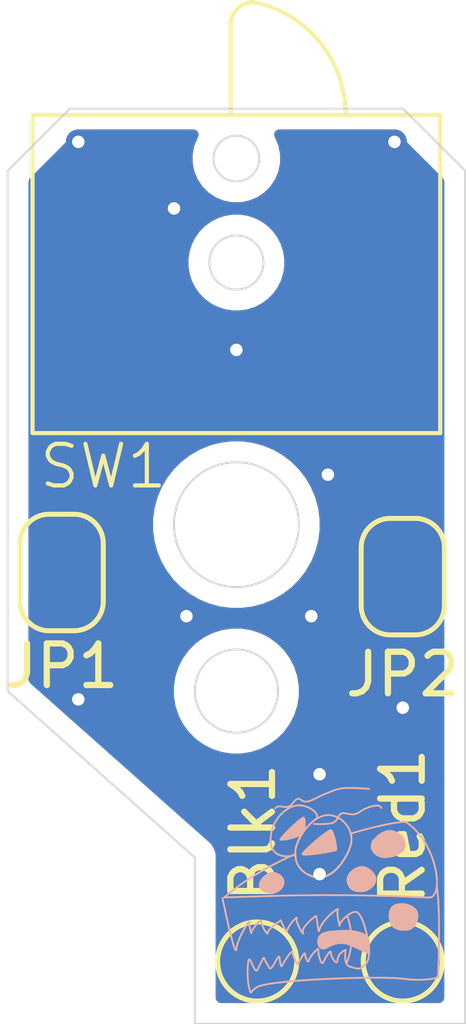
<source format=kicad_pcb>
(kicad_pcb (version 20241229) (generator "pcbnew") (generator_version "9.0")
  (layers (0 "F.Cu" signal) (2 "B.Cu" signal) (13 "F.Paste" user) (15 "B.Paste" user) (5 "F.SilkS" user "F.Silkscreen") (7 "B.SilkS" user "B.Silkscreen") (1 "F.Mask" user) (3 "B.Mask" user) (25 "Edge.Cuts" user))
  (net 0 "")
  (net 1 "GND")
  (net 2 "Net-(JP1-B)")
  (net 3 "Net-(JP2-B)")
  (net 4 "Net-(SW1-SW)")
  (footprint "Jumper:SolderJumper-2_P1.3mm_Open_RoundedPad1.0x1.5mm" (layer "F.Cu") (at 104 111.25 90)
    (property "Reference" "JP2" (at -2.35 0 180) (layer "F.SilkS"))
    (property "Value" "SolderJumper_2_Open" (hide yes))
    (fp_line (start -0.7 -1) (end 0.7 -1) (stroke (width 0.12)) (layer "F.SilkS"))
    (fp_line (start 1.4 -0.3) (end 1.4 0.3) (stroke (width 0.12)) (layer "F.SilkS"))
    (fp_line (start -1.4 0.3) (end -1.4 -0.3) (stroke (width 0.12)) (layer "F.SilkS"))
    (fp_line (start 0.7 1) (end -0.7 1) (stroke (width 0.12)) (layer "F.SilkS"))
    (fp_arc (start 0.7 -1) (mid 1.194975 -0.794975) (end 1.4 -0.3) (stroke (width 0.12)) (layer "F.SilkS"))
    (fp_arc (start -1.4 -0.3) (mid -1.194975 -0.794975) (end -0.7 -1) (stroke (width 0.12)) (layer "F.SilkS"))
    (fp_arc (start 1.4 0.3) (mid 1.194975 0.794975) (end 0.7 1) (stroke (width 0.12)) (layer "F.SilkS"))
    (fp_arc (start -0.7 1) (mid -1.194975 0.794975) (end -1.4 0.3) (stroke (width 0.12)) (layer "F.SilkS"))
    (pad "1" smd custom (at -0.65 0 90) (size 1 0.5) (layers "F.Cu" "F.Mask") (net 1 "GND") (options (clearance outline) (anchor rect)) (primitives (gr_circle (center 0 0.25) (end 0.5 0.25) (width 0) (fill yes)) (gr_circle (center 0 -0.25) (end 0.5 -0.25) (width 0) (fill yes)) (gr_poly (pts (xy 0.5 0.75) (xy 0 0.75) (xy 0 -0.75) (xy 0.5 -0.75)) (width 0) (fill yes))))
    (pad "2" smd custom (at 0.65 0 90) (size 1 0.5) (layers "F.Cu" "F.Mask") (net 3 "Net-(JP2-B)") (options (clearance outline) (anchor rect)) (primitives (gr_circle (center 0 0.25) (end 0.5 0.25) (width 0) (fill yes)) (gr_circle (center 0 -0.25) (end 0.5 -0.25) (width 0) (fill yes)) (gr_poly (pts (xy 0 0.75) (xy -0.5 0.75) (xy -0.5 -0.75) (xy 0 -0.75)) (width 0) (fill yes))))
  )
  (footprint "Jumper:SolderJumper-2_P1.3mm_Open_RoundedPad1.0x1.5mm" (layer "F.Cu") (at 95.8 111.15 90)
    (property "Reference" "JP1" (at -2.25 0 180) (layer "F.SilkS"))
    (property "Value" "SolderJumper_2_Open" (hide yes))
    (fp_line (start -0.7 -1) (end 0.7 -1) (stroke (width 0.12)) (layer "F.SilkS"))
    (fp_line (start 1.4 -0.3) (end 1.4 0.3) (stroke (width 0.12)) (layer "F.SilkS"))
    (fp_line (start -1.4 0.3) (end -1.4 -0.3) (stroke (width 0.12)) (layer "F.SilkS"))
    (fp_line (start 0.7 1) (end -0.7 1) (stroke (width 0.12)) (layer "F.SilkS"))
    (fp_arc (start 0.7 -1) (mid 1.194975 -0.794975) (end 1.4 -0.3) (stroke (width 0.12)) (layer "F.SilkS"))
    (fp_arc (start -1.4 -0.3) (mid -1.194975 -0.794975) (end -0.7 -1) (stroke (width 0.12)) (layer "F.SilkS"))
    (fp_arc (start 1.4 0.3) (mid 1.194975 0.794975) (end 0.7 1) (stroke (width 0.12)) (layer "F.SilkS"))
    (fp_arc (start -0.7 1) (mid -1.194975 0.794975) (end -1.4 0.3) (stroke (width 0.12)) (layer "F.SilkS"))
    (pad "1" smd custom (at -0.65 0 90) (size 1 0.5) (layers "F.Cu" "F.Mask") (net 1 "GND") (options (clearance outline) (anchor rect)) (primitives (gr_circle (center 0 0.25) (end 0.5 0.25) (width 0) (fill yes)) (gr_circle (center 0 -0.25) (end 0.5 -0.25) (width 0) (fill yes)) (gr_poly (pts (xy 0.5 0.75) (xy 0 0.75) (xy 0 -0.75) (xy 0.5 -0.75)) (width 0) (fill yes))))
    (pad "2" smd custom (at 0.65 0 90) (size 1 0.5) (layers "F.Cu" "F.Mask") (net 2 "Net-(JP1-B)") (options (clearance outline) (anchor rect)) (primitives (gr_circle (center 0 0.25) (end 0.5 0.25) (width 0) (fill yes)) (gr_circle (center 0 -0.25) (end 0.5 -0.25) (width 0) (fill yes)) (gr_poly (pts (xy 0 0.75) (xy -0.5 0.75) (xy -0.5 -0.75) (xy 0 -0.75)) (width 0) (fill yes))))
  )
  (footprint "Tims_Library:ESE31R11T" (layer "F.Cu") (at 100 101.2)
    (property "Reference" "SW1" (at -3.2 7.4 0) (layer "F.SilkS") (effects (font (thickness 0.1))))
    (property "Value" "~" (hide yes))
    (fp_line (start -0.139999 -1.05) (end -0.139999 -3.2) (stroke (width 0.1)) (layer "F.SilkS"))
    (fp_rect (start -4.9 -1.05) (end 4.9 6.6) (stroke (width 0.1)) (fill no) (layer "F.SilkS"))
    (fp_arc (start -0.139999 -3.2) (mid 0.024021 -3.59598) (end 0.420001 -3.76) (stroke (width 0.1)) (layer "F.SilkS"))
    (fp_arc (start 0.420001 -3.76) (mid 2.00562 -2.797575) (end 2.627256 -1.05) (stroke (width 0.1)) (layer "F.SilkS"))
    (fp_circle (center 0 0) (end 0 -0.55) (stroke (width 0.05)) (fill no) (layer "Edge.Cuts"))
    (fp_circle (center 0 2.5) (end 0 1.85) (stroke (width 0.05)) (fill no) (layer "Edge.Cuts"))
    (pad "1" smd rect (at 3.65 1.2) (size 1.7 1.6) (layers "F.Cu" "F.Mask" "F.Paste") (net 3 "Net-(JP2-B)"))
    (pad "2" smd rect (at 1.95 4.75) (size 2.2 2.5) (layers "F.Cu" "F.Mask" "F.Paste") (net 1 "GND"))
    (pad "3" smd rect (at -1.95 4.75) (size 2.2 2.5) (layers "F.Cu" "F.Mask" "F.Paste") (net 4 "Net-(SW1-SW)"))
    (pad "4" smd rect (at -3.65 1.2) (size 1.7 1.6) (layers "F.Cu" "F.Mask" "F.Paste") (net 2 "Net-(JP1-B)"))
  )
  (footprint "TestPoint:TestPoint_Pad_D1.5mm" (layer "F.Cu") (at 104 120.5 -90)
    (property "Reference" "Red1" (at -3.25 0 90) (layer "F.SilkS"))
    (property "Value" "TestPoint" (hide yes))
    (fp_circle (center 0 0) (end 0 0.95) (stroke (width 0.12)) (fill no) (layer "F.SilkS"))
    (pad "1" smd circle (at 0 0 270) (size 1.5 1.5) (layers "F.Cu" "F.Mask") (net 1 "GND"))
  )
  (footprint "TestPoint:TestPoint_Pad_D1.5mm" (layer "F.Cu") (at 100.5 120.5 -90)
    (property "Reference" "Blk1" (at -3.1 0.1 90) (layer "F.SilkS"))
    (property "Value" "Black" (hide yes))
    (fp_circle (center 0 0) (end 0 0.95) (stroke (width 0.12)) (fill no) (layer "F.SilkS"))
    (pad "1" smd circle (at 0 0 270) (size 1.5 1.5) (layers "F.Cu" "F.Mask") (net 4 "Net-(SW1-SW)"))
  )
  (gr_curve (pts (xy 104.848489 120.881302) (xy 104.848489 120.881302) (xy 104.570677 120.987136) (xy 104.001823 120.914375)) (stroke (width 0.044106)) (layer "B.SilkS"))
  (gr_curve (pts (xy 100 120.2) (xy 99.973542 120.464584) (xy 99.666146 118.981009) (xy 99.666146 118.981009)) (stroke (width 0.044106)) (layer "B.SilkS"))
  (gr_curve (pts (xy 102.66233 119.402639) (xy 102.900868 120.057451) (xy 102.643621 120.543879) (xy 102.643621 120.543879)) (stroke (width 0.044106)) (layer "B.SilkS"))
  (gr_curve (pts (xy 100.350573 121.251719) (xy 100.26511 121.124076) (xy 100.254093 120.689712) (xy 100.287735 120.494349)) (stroke (width 0.044106)) (layer "B.SilkS"))
  (gr_poly (pts (xy 100.887762 118.372312) (xy 100.899756 118.373296) (xy 100.911727 118.374844) (xy 100.923649 118.376942) (xy 100.935497 118.379572) (xy 100.947245 118.382717) (xy 100.958867 118.386363) (xy 100.970339 118.390491) (xy 100.981633 118.395085) (xy 100.992726 118.40013) (xy 101.003591 118.405608) (xy 101.014203 118.411504) (xy 101.024537 118.417799) (xy 101.034566 118.424479) (xy 101.044265 118.431527) (xy 101.053608 118.438926) (xy 101.062571 118.446659) (xy 101.071127 118.454711) (xy 101.079251 118.463064) (xy 101.086918 118.471703) (xy 101.094101 118.48061) (xy 101.100776 118.48977) (xy 101.106916 118.499166) (xy 101.112497 118.508781) (xy 101.117492 118.518599) (xy 101.121876 118.528603) (xy 101.125624 118.538778) (xy 101.128709 118.549106) (xy 101.131107 118.55957) (xy 101.13279 118.57015) (xy 101.133763 118.580819) (xy 101.134044 118.591556) (xy 101.133655 118.60234) (xy 101.132616 118.61315) (xy 101.130947 118.623964) (xy 101.128667 118.634762) (xy 101.125798 118.645522) (xy 101.12236 118.656223) (xy 101.118372 118.666844) (xy 101.113856 118.677364) (xy 101.108831 118.687761) (xy 101.103318 118.698015) (xy 101.097336 118.708104) (xy 101.090906 118.718007) (xy 101.084049 118.727702) (xy 101.076784 118.73717) (xy 101.069132 118.746388) (xy 101.061112 118.755335) (xy 101.052746 118.763991) (xy 101.044054 118.772333) (xy 101.035055 118.780341) (xy 101.02577 118.787994) (xy 101.016219 118.79527) (xy 101.006422 118.802149) (xy 100.996401 118.808608) (xy 100.986174 118.814628) (xy 100.975762 118.820186) (xy 100.965185 118.825262) (xy 100.954464 118.829834) (xy 100.943619 118.833881) (xy 100.93267 118.837383) (xy 100.9214 118.84036) (xy 100.909613 118.84285) (xy 100.89736 118.844853) (xy 100.884691 118.846368) (xy 100.871659 118.847396) (xy 100.858315 118.847937) (xy 100.830891 118.84756) (xy 100.802829 118.845239) (xy 100.774537 118.840974) (xy 100.760433 118.838114) (xy 100.746424 118.834769) (xy 100.732562 118.830939) (xy 100.718899 118.826624) (xy 100.705484 118.821825) (xy 100.692369 118.816542) (xy 100.679605 118.810775) (xy 100.667244 118.804524) (xy 100.655335 118.79779) (xy 100.643932 118.790572) (xy 100.633083 118.782871) (xy 100.622841 118.774688) (xy 100.613257 118.766021) (xy 100.604381 118.756873) (xy 100.596265 118.747242) (xy 100.58896 118.737129) (xy 100.582516 118.726534) (xy 100.576986 118.715458) (xy 100.572419 118.703901) (xy 100.568868 118.691862) (xy 100.566448 118.679481) (xy 100.565212 118.666919) (xy 100.56511 118.654209) (xy 100.566096 118.641387) (xy 100.56812 118.628485) (xy 100.571135 118.615537) (xy 100.575093 118.602579) (xy 100.579946 118.589643) (xy 100.585646 118.576764) (xy 100.592145 118.563975) (xy 100.599395 118.551311) (xy 100.607347 118.538806) (xy 100.615955 118.526493) (xy 100.625169 118.514407) (xy 100.645226 118.491051) (xy 100.667134 118.46901) (xy 100.69051 118.448554) (xy 100.714968 118.429957) (xy 100.740126 118.41349) (xy 100.765599 118.399425) (xy 100.778333 118.393379) (xy 100.791002 118.388034) (xy 100.803558 118.383427) (xy 100.815952 118.379589) (xy 100.828138 118.376557) (xy 100.840066 118.374362) (xy 100.851897 118.372919) (xy 100.863807 118.372108) (xy 100.875771 118.371911)) (stroke (width 0.044106)) (fill yes) (layer "B.SilkS"))
  (gr_curve (pts (xy 101.475052 120.563802) (xy 101.488517 120.537415) (xy 101.650503 120.228186) (xy 101.650339 120.319063)) (stroke (width 0.044106)) (layer "B.SilkS"))
  (gr_curve (pts (xy 102.15306 116.462748) (xy 102.297287 116.409865) (xy 102.372638 116.362344) (xy 102.546628 116.337071)) (stroke (width 0.044106)) (layer "B.SilkS"))
  (gr_curve (pts (xy 100.601927 119.538542) (xy 100.61463 119.419974) (xy 100.337344 119.770052) (xy 100.357188 119.816354)) (stroke (width 0.044106)) (layer "B.SilkS"))
  (gr_curve (pts (xy 102.480469 119.631146) (xy 102.493698 119.703907) (xy 102.396453 119.340729) (xy 102.440781 119.254115)) (stroke (width 0.044106)) (layer "B.SilkS"))
  (gr_curve (pts (xy 100.310886 119.551771) (xy 100.319196 119.483215) (xy 100.026459 119.935417) (xy 100 120.2)) (stroke (width 0.044106)) (layer "B.SilkS"))
  (gr_curve (pts (xy 100.519245 121.106198) (xy 100.395386 121.169767) (xy 100.350573 121.251719) (xy 100.350573 121.251719)) (stroke (width 0.044106)) (layer "B.SilkS"))
  (gr_curve (pts (xy 102.546628 116.337071) (xy 102.720618 116.3118) (xy 103.188243 116.3503) (xy 103.188243 116.3503)) (stroke (width 0.044106)) (layer "B.SilkS"))
  (gr_poly (pts (xy 103.024979 118.228589) (xy 103.039348 118.229795) (xy 103.053736 118.231847) (xy 103.068112 118.234712) (xy 103.082445 118.238357) (xy 103.096706 118.242749) (xy 103.110864 118.247856) (xy 103.124888 118.253645) (xy 103.138748 118.260083) (xy 103.152413 118.267139) (xy 103.165853 118.274778) (xy 103.179037 118.28297) (xy 103.191935 118.29168) (xy 103.204516 118.300877) (xy 103.21675 118.310528) (xy 103.240054 118.33106) (xy 103.261603 118.353016) (xy 103.271643 118.364447) (xy 103.281153 118.376135) (xy 103.290102 118.388049) (xy 103.29846 118.400156) (xy 103.306196 118.412423) (xy 103.31328 118.424818) (xy 103.319681 118.437308) (xy 103.325369 118.44986) (xy 103.330313 118.462442) (xy 103.334483 118.47502) (xy 103.337848 118.487564) (xy 103.340378 118.500039) (xy 103.341979 118.51256) (xy 103.342594 118.525239) (xy 103.342244 118.538043) (xy 103.34095 118.550938) (xy 103.338735 118.563889) (xy 103.335619 118.576862) (xy 103.331625 118.589825) (xy 103.326775 118.602742) (xy 103.321089 118.61558) (xy 103.31459 118.628304) (xy 103.3073 118.640882) (xy 103.299239 118.653279) (xy 103.290429 118.665461) (xy 103.280893 118.677393) (xy 103.270652 118.689043) (xy 103.259727 118.700377) (xy 103.248141 118.711359) (xy 103.235914 118.721957) (xy 103.223069 118.732136) (xy 103.209626 118.741862) (xy 103.195609 118.751102) (xy 103.181038 118.759822) (xy 103.165936 118.767987) (xy 103.150323 118.775564) (xy 103.134221 118.782518) (xy 103.117652 118.788817) (xy 103.100639 118.794425) (xy 103.083201 118.799309) (xy 103.065362 118.803435) (xy 103.047142 118.806769) (xy 103.028564 118.809276) (xy 103.009649 118.810924) (xy 102.99086 118.811839) (xy 102.972642 118.812174) (xy 102.954993 118.811931) (xy 102.937907 118.811117) (xy 102.921381 118.809734) (xy 102.905411 118.807786) (xy 102.889993 118.805279) (xy 102.875124 118.802217) (xy 102.860798 118.798602) (xy 102.847012 118.79444) (xy 102.833762 118.789735) (xy 102.821045 118.784491) (xy 102.808855 118.778712) (xy 102.79719 118.772401) (xy 102.786044 118.765565) (xy 102.775415 118.758206) (xy 102.765298 118.750328) (xy 102.75569 118.741937) (xy 102.746585 118.733035) (xy 102.737981 118.723628) (xy 102.729873 118.713719) (xy 102.722258 118.703312) (xy 102.715131 118.692412) (xy 102.708488 118.681023) (xy 102.702325 118.669149) (xy 102.696639 118.656794) (xy 102.691426 118.643962) (xy 102.686681 118.630658) (xy 102.6824 118.616886) (xy 102.67858 118.602649) (xy 102.675216 118.587952) (xy 102.672305 118.5728) (xy 102.670284 118.557412) (xy 102.66956 118.542026) (xy 102.670082 118.526672) (xy 102.671798 118.51138) (xy 102.674656 118.496179) (xy 102.678606 118.4811) (xy 102.683597 118.466171) (xy 102.689576 118.451422) (xy 102.696493 118.436884) (xy 102.704296 118.422585) (xy 102.712935 118.408556) (xy 102.722357 118.394827) (xy 102.732512 118.381426) (xy 102.743348 118.368384) (xy 102.754814 118.355731) (xy 102.766859 118.343496) (xy 102.792479 118.320399) (xy 102.819798 118.299331) (xy 102.848407 118.280529) (xy 102.877894 118.264232) (xy 102.907848 118.250677) (xy 102.922873 118.245002) (xy 102.937861 118.240102) (xy 102.952761 118.236006) (xy 102.967522 118.232744) (xy 102.982092 118.230346) (xy 102.996419 118.228841) (xy 103.010659 118.22826)) (stroke (width 0.044106)) (fill yes) (layer "B.SilkS"))
  (gr_poly (pts (xy 103.403357 117.548627) (xy 103.415437 117.549326) (xy 103.427725 117.550691) (xy 103.440179 117.552689) (xy 103.452759 117.555289) (xy 103.478131 117.562171) (xy 103.503512 117.571083) (xy 103.528576 117.581776) (xy 103.552994 117.593997) (xy 103.576438 117.607495) (xy 103.598579 117.622018) (xy 103.61909 117.637316) (xy 103.637642 117.653136) (xy 103.653908 117.669226) (xy 103.667559 117.685337) (xy 103.667562 117.685337) (xy 103.67938 117.701782) (xy 103.690287 117.718959) (xy 103.700166 117.736739) (xy 103.708899 117.75499) (xy 103.716368 117.773584) (xy 103.722458 117.792392) (xy 103.727049 117.811282) (xy 103.730025 117.830125) (xy 103.73087 117.839489) (xy 103.731268 117.848793) (xy 103.731203 117.85802) (xy 103.730661 117.867154) (xy 103.729627 117.87618) (xy 103.728086 117.88508) (xy 103.726024 117.893839) (xy 103.723427 117.90244) (xy 103.720278 117.910867) (xy 103.716565 117.919105) (xy 103.712272 117.927136) (xy 103.707384 117.934945) (xy 103.701886 117.942515) (xy 103.695765 117.94983) (xy 103.689005 117.956874) (xy 103.681592 117.963631) (xy 103.673482 117.969864) (xy 103.664672 117.975362) (xy 103.655212 117.980141) (xy 103.64515 117.984219) (xy 103.634534 117.987614) (xy 103.623414 117.990345) (xy 103.611838 117.992428) (xy 103.599855 117.993882) (xy 103.587514 117.994725) (xy 103.574863 117.994975) (xy 103.548826 117.993765) (xy 103.522136 117.990395) (xy 103.49518 117.985009) (xy 103.46835 117.977749) (xy 103.442034 117.968757) (xy 103.416623 117.958178) (xy 103.392506 117.946153) (xy 103.370072 117.932826) (xy 103.349712 117.918339) (xy 103.340431 117.910705) (xy 103.331814 117.902835) (xy 103.323911 117.894746) (xy 103.316769 117.886457) (xy 103.303925 117.868904) (xy 103.292425 117.849939) (xy 103.282353 117.829802) (xy 103.273792 117.808733) (xy 103.266824 117.786973) (xy 103.261533 117.764763) (xy 103.258002 117.742342) (xy 103.256313 117.719951) (xy 103.25655 117.697831) (xy 103.257417 117.686947) (xy 103.258796 117.676221) (xy 103.260698 117.665682) (xy 103.263134 117.655362) (xy 103.266113 117.645289) (xy 103.269647 117.635494) (xy 103.273745 117.626007) (xy 103.278418 117.616858) (xy 103.283676 117.608077) (xy 103.289529 117.599694) (xy 103.295989 117.591739) (xy 103.303065 117.584242) (xy 103.310768 117.577233) (xy 103.319108 117.570743) (xy 103.328052 117.564991) (xy 103.337531 117.560155) (xy 103.347504 117.556204) (xy 103.357932 117.553107) (xy 103.368772 117.550832) (xy 103.379983 117.549348) (xy 103.391525 117.548623)) (stroke (width 0.044106)) (fill yes) (layer "B.SilkS"))
  (gr_curve (pts (xy 103.069167 120.60349) (xy 103.190277 120.494003) (xy 103.225588 120.322656) (xy 103.161771 119.981719)) (stroke (width 0.044106)) (layer "B.SilkS"))
  (gr_poly (pts (xy 103.840021 119.200248) (xy 103.852243 119.201468) (xy 103.864577 119.203535) (xy 103.876989 119.2064) (xy 103.889444 119.210013) (xy 103.90191 119.214325) (xy 103.914351 119.219288) (xy 103.939024 119.230969) (xy 103.963193 119.244661) (xy 103.986587 119.259972) (xy 104.008932 119.276508) (xy 104.029958 119.293878) (xy 104.049393 119.311687) (xy 104.066965 119.329544) (xy 104.082402 119.347054) (xy 104.095433 119.363825) (xy 104.105786 119.379464) (xy 104.114577 119.395135) (xy 104.123018 119.412147) (xy 104.130977 119.430323) (xy 104.138322 119.449484) (xy 104.144922 119.469453) (xy 104.150645 119.490051) (xy 104.15536 119.511102) (xy 104.158935 119.532427) (xy 104.161238 119.553848) (xy 104.162138 119.575188) (xy 104.161503 119.596269) (xy 104.159202 119.616913) (xy 104.157386 119.627016) (xy 104.155104 119.636943) (xy 104.152339 119.646671) (xy 104.149076 119.656179) (xy 104.145298 119.665445) (xy 104.140988 119.674445) (xy 104.136129 119.683159) (xy 104.130707 119.691563) (xy 104.12438 119.699408) (xy 104.116875 119.706464) (xy 104.108268 119.712744) (xy 104.098637 119.718259) (xy 104.088062 119.72302) (xy 104.076619 119.727039) (xy 104.064387 119.730327) (xy 104.051445 119.732897) (xy 104.037869 119.734759) (xy 104.023739 119.735925) (xy 104.009133 119.736406) (xy 103.994127 119.736215) (xy 103.963234 119.73386) (xy 103.931683 119.728951) (xy 103.900101 119.721581) (xy 103.869111 119.711841) (xy 103.839339 119.699825) (xy 103.825105 119.692992) (xy 103.811409 119.685624) (xy 103.798331 119.677732) (xy 103.785947 119.66933) (xy 103.774336 119.660427) (xy 103.763577 119.651035) (xy 103.753746 119.641166) (xy 103.744923 119.630832) (xy 103.737185 119.620044) (xy 103.730611 119.608813) (xy 103.719326 119.584891) (xy 103.709403 119.559162) (xy 103.700947 119.53199) (xy 103.694058 119.503741) (xy 103.688839 119.474779) (xy 103.685392 119.445468) (xy 103.683821 119.416174) (xy 103.684227 119.387262) (xy 103.686712 119.359096) (xy 103.691379 119.33204) (xy 103.698331 119.30646) (xy 103.702695 119.294338) (xy 103.707669 119.282721) (xy 103.713265 119.271655) (xy 103.719496 119.261187) (xy 103.726375 119.25136) (xy 103.733914 119.242222) (xy 103.742127 119.233817) (xy 103.751026 119.226192) (xy 103.760624 119.219392) (xy 103.770934 119.213462) (xy 103.781773 119.208569) (xy 103.792928 119.204818) (xy 103.804364 119.20216) (xy 103.816047 119.200545) (xy 103.827944 119.199924)) (stroke (width 0.044106)) (fill yes) (layer "B.SilkS"))
  (gr_curve (pts (xy 102.529245 116.94112) (xy 102.624116 116.899003) (xy 102.779654 117.031705) (xy 102.947033 116.915132)) (stroke (width 0.044106)) (layer "B.SilkS"))
  (gr_curve (pts (xy 101.223698 119.756823) (xy 101.202809 119.852912) (xy 101.068255 119.512084) (xy 101.068255 119.512084)) (stroke (width 0.044106)) (layer "B.SilkS"))
  (gr_poly (pts (xy 102.710419 119.741618) (xy 102.755795 119.746182) (xy 102.818255 119.754763) (xy 102.853794 119.760808) (xy 102.891086 119.768156) (xy 102.929293 119.776907) (xy 102.967576 119.78716) (xy 103.005095 119.799014) (xy 103.04101 119.812569) (xy 103.074484 119.827926) (xy 103.104677 119.845182) (xy 103.118281 119.854554) (xy 103.130749 119.864439) (xy 103.141978 119.874848) (xy 103.151862 119.885794) (xy 103.160588 119.89752) (xy 103.168441 119.910202) (xy 103.175459 119.923758) (xy 103.181684 119.938105) (xy 103.187157 119.953161) (xy 103.191917 119.968843) (xy 103.196005 119.985069) (xy 103.199462 120.001756) (xy 103.204643 120.036181) (xy 103.207784 120.071459) (xy 103.209209 120.106927) (xy 103.20924 120.141925) (xy 103.198164 120.325664) (xy 103.197714 120.327221) (xy 103.195193 120.327593) (xy 103.184382 120.325044) (xy 103.142731 120.308597) (xy 103.080197 120.280486) (xy 103.003765 120.244874) (xy 102.837149 120.167802) (xy 102.760934 120.13467) (xy 102.727657 120.121275) (xy 102.698763 120.11069) (xy 102.673058 120.102297) (xy 102.648648 120.095116) (xy 102.625358 120.089122) (xy 102.603013 120.084288) (xy 102.581438 120.080588) (xy 102.560458 120.077997) (xy 102.539897 120.076489) (xy 102.519582 120.076038) (xy 102.499337 120.076619) (xy 102.478986 120.078204) (xy 102.458356 120.080769) (xy 102.437271 120.084288) (xy 102.415556 120.088735) (xy 102.393037 120.094083) (xy 102.369537 120.100308) (xy 102.344883 120.107383) (xy 102.332549 120.111188) (xy 102.320813 120.115104) (xy 102.309643 120.119114) (xy 102.299003 120.123204) (xy 102.279184 120.131565) (xy 102.261086 120.140068) (xy 102.244441 120.148593) (xy 102.22898 120.157023) (xy 102.200533 120.17312) (xy 102.18701 120.180549) (xy 102.173594 120.187407) (xy 102.160017 120.193576) (xy 102.14601 120.198935) (xy 102.138761 120.201275) (xy 102.131303 120.203367) (xy 102.123604 120.205198) (xy 102.115629 120.206753) (xy 102.107345 120.208016) (xy 102.098717 120.208973) (xy 102.089714 120.209609) (xy 102.0803 120.209909) (xy 102.070835 120.209661) (xy 102.061702 120.208684) (xy 102.052901 120.207006) (xy 102.044432 120.204659) (xy 102.036296 120.201671) (xy 102.028494 120.198073) (xy 102.021027 120.193895) (xy 102.013894 120.189166) (xy 102.007097 120.183917) (xy 102.000636 120.178178) (xy 101.994512 120.171977) (xy 101.988725 120.165346) (xy 101.983275 120.158314) (xy 101.978164 120.150911) (xy 101.973393 120.143167) (xy 101.96896 120.135112) (xy 101.961117 120.118188) (xy 101.954638 120.100378) (xy 101.94953 120.081922) (xy 101.945796 120.063059) (xy 101.943442 120.044028) (xy 101.942471 120.025068) (xy 101.942889 120.006419) (xy 101.944701 119.98832) (xy 101.947617 119.970747) (xy 101.951438 119.953547) (xy 101.956299 119.936762) (xy 101.962337 119.920439) (xy 101.969688 119.904621) (xy 101.978488 119.889352) (xy 101.988875 119.874677) (xy 101.994705 119.867577) (xy 102.000983 119.860641) (xy 102.007726 119.853876) (xy 102.01495 119.847287) (xy 102.022674 119.840881) (xy 102.030912 119.834661) (xy 102.039684 119.828634) (xy 102.049006 119.822806) (xy 102.058894 119.817181) (xy 102.069366 119.811766) (xy 102.08044 119.806566) (xy 102.092131 119.801587) (xy 102.104457 119.796834) (xy 102.117436 119.792312) (xy 102.145417 119.783986) (xy 102.176211 119.776654) (xy 102.210092 119.77025) (xy 102.246801 119.764645) (xy 102.285681 119.759787) (xy 102.326073 119.755621) (xy 102.408755 119.749155) (xy 102.489577 119.744821) (xy 102.563268 119.742192) (xy 102.624556 119.740842) (xy 102.688841 119.740274)) (fill yes) (layer "B.SilkS"))
  (gr_curve (pts (xy 101.865032 117.192556) (xy 101.865032 117.192556) (xy 102.232364 117.218839) (xy 102.342108 117.155138)) (stroke (width 0.044106)) (layer "B.SilkS"))
  (gr_curve (pts (xy 101.263399 116.773633) (xy 101.347923 116.736557) (xy 101.391383 116.615386) (xy 101.468451 116.591732)) (stroke (width 0.044106)) (layer "B.SilkS"))
  (gr_curve (pts (xy 101.600729 119.803125) (xy 101.647031 119.935417) (xy 101.408906 119.541849) (xy 101.448594 119.462474)) (stroke (width 0.044106)) (layer "B.SilkS"))
  (gr_curve (pts (xy 101.101328 120.595222) (xy 101.126697 120.526139) (xy 101.344626 120.195653) (xy 101.347721 120.274414)) (stroke (width 0.044106)) (layer "B.SilkS"))
  (gr_poly (pts (xy 104.001055 119.120536) (xy 104.033992 119.123338) (xy 104.06635 119.128255) (xy 104.097968 119.135231) (xy 104.128681 119.144208) (xy 104.158327 119.155129) (xy 104.172699 119.161301) (xy 104.186743 119.167937) (xy 104.200438 119.175031) (xy 104.213765 119.182575) (xy 104.226702 119.190562) (xy 104.23923 119.198986) (xy 104.251328 119.207838) (xy 104.262975 119.217112) (xy 104.274152 119.226801) (xy 104.284837 119.236898) (xy 104.295011 119.247395) (xy 104.304653 119.258285) (xy 104.313743 119.269561) (xy 104.32226 119.281216) (xy 104.329931 119.293607) (xy 104.336508 119.307035) (xy 104.342004 119.321409) (xy 104.346435 119.336635) (xy 104.349815 119.352624) (xy 104.352158 119.369282) (xy 104.353478 119.386518) (xy 104.353792 119.404241) (xy 104.353112 119.422358) (xy 104.351454 119.440779) (xy 104.348832 119.45941) (xy 104.345261 119.478161) (xy 104.340755 119.496939) (xy 104.335329 119.515654) (xy 104.328997 119.534212) (xy 104.321774 119.552523) (xy 104.313675 119.570495) (xy 104.304713 119.588035) (xy 104.294904 119.605053) (xy 104.284262 119.621456) (xy 104.272802 119.637153) (xy 104.260539 119.652051) (xy 104.247485 119.66606) (xy 104.233658 119.679087) (xy 104.21907 119.691041) (xy 104.203736 119.70183) (xy 104.187672 119.711362) (xy 104.170891 119.719545) (xy 104.153408 119.726288) (xy 104.135238 119.731499) (xy 104.116394 119.735086) (xy 104.096893 119.736958) (xy 104.058324 119.738297) (xy 104.021888 119.738296) (xy 103.987541 119.736826) (xy 103.971137 119.735499) (xy 103.955238 119.733757) (xy 103.939839 119.731583) (xy 103.924935 119.728961) (xy 103.910519 119.725875) (xy 103.896586 119.722308) (xy 103.883131 119.718245) (xy 103.870147 119.71367) (xy 103.85763 119.708566) (xy 103.845574 119.702917) (xy 103.833973 119.696708) (xy 103.822822 119.689921) (xy 103.812114 119.682542) (xy 103.801845 119.674553) (xy 103.792009 119.665938) (xy 103.782601 119.656682) (xy 103.773613 119.646769) (xy 103.765042 119.636181) (xy 103.756882 119.624904) (xy 103.749126 119.612921) (xy 103.74177 119.600216) (xy 103.734808 119.586772) (xy 103.728233 119.572574) (xy 103.722042 119.557605) (xy 103.716227 119.54185) (xy 103.710784 119.525292) (xy 103.705788 119.508353) (xy 103.701327 119.491484) (xy 103.697409 119.474707) (xy 103.694047 119.458045) (xy 103.69125 119.44152) (xy 103.689027 119.425157) (xy 103.687391 119.408978) (xy 103.68635 119.393006) (xy 103.685915 119.377264) (xy 103.686096 119.361774) (xy 103.686904 119.346561) (xy 103.688349 119.331648) (xy 103.690441 119.317056) (xy 103.69319 119.302809) (xy 103.696607 119.288931) (xy 103.700702 119.275443) (xy 103.705485 119.26237) (xy 103.710966 119.249734) (xy 103.717156 119.237558) (xy 103.724065 119.225866) (xy 103.731704 119.21468) (xy 103.740082 119.204023) (xy 103.749209 119.193918) (xy 103.759097 119.184389) (xy 103.769755 119.175457) (xy 103.781194 119.167148) (xy 103.793423 119.159482) (xy 103.806454 119.152484) (xy 103.820296 119.146177) (xy 103.834959 119.140582) (xy 103.850455 119.135724) (xy 103.866793 119.131626) (xy 103.883582 119.128214) (xy 103.900409 119.125395) (xy 103.917256 119.123162) (xy 103.934101 119.121508) (xy 103.950924 119.120425) (xy 103.967704 119.119907)) (stroke (width 0.044106)) (fill yes) (layer "B.SilkS"))
  (gr_curve (pts (xy 102.62599 120.219844) (xy 102.62599 120.219844) (xy 102.566459 120.573724) (xy 102.718594 120.620026)) (stroke (width 0.044106)) (layer "B.SilkS"))
  (gr_poly (pts (xy 104.066431 117.145932) (xy 104.081211 117.150664) (xy 104.151658 117.202101) (xy 104.218472 117.257737) (xy 104.281672 117.317185) (xy 104.341275 117.380058) (xy 104.397299 117.445971) (xy 104.449763 117.514538) (xy 104.498685 117.585371) (xy 104.544083 117.658085) (xy 104.624379 117.80761) (xy 104.690797 117.960023) (xy 104.743482 118.112232) (xy 104.782579 118.261148) (xy 104.808232 118.403679) (xy 104.820589 118.536737) (xy 104.819793 118.65723) (xy 104.814508 118.711799) (xy 104.805989 118.762067) (xy 104.794255 118.80765) (xy 104.779324 118.84816) (xy 104.761213 118.88321) (xy 104.739941 118.912416) (xy 104.715527 118.93539) (xy 104.687987 118.951746) (xy 104.657341 118.961098) (xy 104.623607 118.96306) (xy 103.70911 118.925796) (xy 102.822104 118.908012) (xy 101.991696 118.905236) (xy 101.246997 118.912995) (xy 99.707464 118.959919) (xy 99.800307 118.881219) (xy 99.8958 118.804378) (xy 99.993763 118.729387) (xy 100.094016 118.65624) (xy 100.196381 118.584928) (xy 100.300678 118.515443) (xy 100.406727 118.447778) (xy 100.514349 118.381926) (xy 100.733595 118.255625) (xy 100.95698 118.136478) (xy 101.183068 118.024424) (xy 101.410425 117.919401) (xy 101.411037 117.919152) (xy 101.411623 117.918965) (xy 101.412183 117.918837) (xy 101.412717 117.918767) (xy 101.413227 117.918755) (xy 101.413713 117.918799) (xy 101.414175 117.918898) (xy 101.414613 117.919051) (xy 101.415029 117.919256) (xy 101.415423 117.919513) (xy 101.415794 117.91982) (xy 101.416145 117.920176) (xy 101.416475 117.920581) (xy 101.416784 117.921032) (xy 101.417074 117.921529) (xy 101.417344 117.92207) (xy 101.417596 117.922655) (xy 101.41783 117.923282) (xy 101.418046 117.92395) (xy 101.418244 117.924658) (xy 101.418426 117.925404) (xy 101.418592 117.926188) (xy 101.418741 117.927009) (xy 101.418876 117.927865) (xy 101.418996 117.928755) (xy 101.419102 117.929678) (xy 101.419273 117.931618) (xy 101.419393 117.933675) (xy 101.419466 117.935842) (xy 101.419471 117.935842) (xy 101.420415 117.950297) (xy 101.422558 117.971362) (xy 101.425575 117.996642) (xy 101.429142 118.02374) (xy 101.432933 118.050261) (xy 101.436623 118.073808) (xy 101.439888 118.091986) (xy 101.441259 118.098313) (xy 101.442403 118.1024) (xy 101.449941 118.122006) (xy 101.458758 118.14188) (xy 101.468825 118.161937) (xy 101.480109 118.182095) (xy 101.49258 118.202267) (xy 101.506208 118.222371) (xy 101.520961 118.242323) (xy 101.536809 118.262037) (xy 101.553721 118.281431) (xy 101.571667 118.30042) (xy 101.590615 118.31892) (xy 101.610535 118.336847) (xy 101.631396 118.354116) (xy 101.653167 118.370644) (xy 101.675818 118.386347) (xy 101.699318 118.401141) (xy 101.723636 118.414941) (xy 101.74874 118.427663) (xy 101.774602 118.439224) (xy 101.801189 118.449539) (xy 101.828471 118.458524) (xy 101.856418 118.466095) (xy 101.884997 118.472168) (xy 101.91418 118.476659) (xy 101.943934 118.479484) (xy 101.97423 118.480559) (xy 102.005036 118.479799) (xy 102.036322 118.477121) (xy 102.068057 118.472441) (xy 102.100209 118.465673) (xy 102.13275 118.456736) (xy 102.165646 118.445543) (xy 102.195934 118.433126) (xy 102.225477 118.418862) (xy 102.254263 118.402887) (xy 102.282284 118.385337) (xy 102.309529 118.366348) (xy 102.335988 118.346055) (xy 102.361651 118.324594) (xy 102.386509 118.302101) (xy 102.433765 118.254563) (xy 102.477678 118.204525) (xy 102.518166 118.153074) (xy 102.555148 118.101296) (xy 102.588546 118.050277) (xy 102.618277 118.001103) (xy 102.644262 117.954862) (xy 102.666421 117.912637) (xy 102.698938 117.844586) (xy 102.715183 117.805638) (xy 102.730273 117.761323) (xy 102.742285 117.719515) (xy 102.751522 117.680259) (xy 102.758284 117.643599) (xy 102.76287 117.609583) (xy 102.765583 117.578255) (xy 102.766722 117.549661) (xy 102.766588 117.523847) (xy 102.765482 117.500858) (xy 102.763703 117.48074) (xy 102.759333 117.449297) (xy 102.755883 117.429884) (xy 102.755254 117.424803) (xy 102.755757 117.422865) (xy 103.020239 117.347023) (xy 103.263942 117.283453) (xy 103.483141 117.231991) (xy 103.674112 117.192477) (xy 103.83313 117.164749) (xy 103.956469 117.148645) (xy 104.040404 117.144004)) (stroke (width 0.044106)) (fill no) (layer "B.SilkS"))
  (gr_curve (pts (xy 104.001823 120.914375) (xy 103.432969 120.841615) (xy 100.849657 120.936619) (xy 100.519245 121.106198)) (stroke (width 0.044106)) (layer "B.SilkS"))
  (gr_curve (pts (xy 100.357188 119.816354) (xy 100.377031 119.862657) (xy 100.297656 119.660912) (xy 100.310886 119.551771)) (stroke (width 0.044106)) (layer "B.SilkS"))
  (gr_poly (pts (xy 102.795579 118.414635) (xy 102.814571 118.417404) (xy 102.834177 118.421737) (xy 102.85408 118.42761) (xy 102.873961 118.435002) (xy 102.893502 118.443887) (xy 102.912385 118.454243) (xy 102.92148 118.459965) (xy 102.930291 118.466047) (xy 102.938779 118.472484) (xy 102.946903 118.479274) (xy 102.954625 118.486414) (xy 102.961903 118.493902) (xy 102.968698 118.501734) (xy 102.974971 118.509907) (xy 102.980682 118.518419) (xy 102.985791 118.527266) (xy 102.990258 118.536446) (xy 102.994044 118.545955) (xy 103.000569 118.565055) (xy 103.006347 118.583643) (xy 103.011267 118.601687) (xy 103.01522 118.619157) (xy 103.018096 118.636022) (xy 103.019785 118.652251) (xy 103.020178 118.667813) (xy 103.019854 118.675334) (xy 103.019164 118.682678) (xy 103.018096 118.689839) (xy 103.016635 118.696814) (xy 103.014768 118.7036) (xy 103.01248 118.710192) (xy 103.009759 118.716587) (xy 103.00659 118.72278) (xy 103.00296 118.728769) (xy 102.998855 118.734548) (xy 102.994261 118.740115) (xy 102.989165 118.745465) (xy 102.983553 118.750595) (xy 102.977411 118.7555) (xy 102.970726 118.760177) (xy 102.963483 118.764622) (xy 102.955669 118.768831) (xy 102.947271 118.772801) (xy 102.938494 118.776265) (xy 102.929567 118.778979) (xy 102.920513 118.780973) (xy 102.911355 118.782276) (xy 102.902115 118.782918) (xy 102.892816 118.782929) (xy 102.88348 118.782337) (xy 102.87413 118.781173) (xy 102.864788 118.779466) (xy 102.855477 118.777245) (xy 102.846219 118.774541) (xy 102.837037 118.771381) (xy 102.818992 118.763818) (xy 102.80152 118.75479) (xy 102.784803 118.744534) (xy 102.769021 118.733287) (xy 102.754354 118.721285) (xy 102.740982 118.708764) (xy 102.729086 118.695959) (xy 102.718846 118.683107) (xy 102.710442 118.670444) (xy 102.704055 118.658207) (xy 102.698975 118.645296) (xy 102.694426 118.630663) (xy 102.69049 118.614619) (xy 102.687247 118.597476) (xy 102.68478 118.579548) (xy 102.68317 118.561145) (xy 102.682498 118.542579) (xy 102.682846 118.524164) (xy 102.684295 118.50621) (xy 102.686927 118.48903) (xy 102.690823 118.472935) (xy 102.693271 118.465393) (xy 102.696065 118.458238) (xy 102.699216 118.451512) (xy 102.702734 118.445252) (xy 102.706629 118.439497) (xy 102.710912 118.434286) (xy 102.715592 118.429659) (xy 102.72068 118.425655) (xy 102.726186 118.422312) (xy 102.73212 118.41967) (xy 102.73854 118.4176) (xy 102.745472 118.415948) (xy 102.752875 118.41471) (xy 102.760711 118.413883) (xy 102.77752 118.413454)) (stroke (width 0.044106)) (fill yes) (layer "B.SilkS"))
  (gr_curve (pts (xy 102.268802 120.279375) (xy 102.259195 120.363012) (xy 102.422758 120.636563) (xy 102.430859 120.464584)) (stroke (width 0.044106)) (layer "B.SilkS"))
  (gr_curve (pts (xy 100.754063 119.80974) (xy 100.760677 119.902344) (xy 100.592005 119.631146) (xy 100.601927 119.538542)) (stroke (width 0.044106)) (layer "B.SilkS"))
  (gr_curve (pts (xy 102.947033 116.915132) (xy 103.114413 116.798557) (xy 103.264937 116.758811) (xy 103.367172 116.753511)) (stroke (width 0.044106)) (layer "B.SilkS"))
  (gr_curve (pts (xy 101.911615 119.40625) (xy 101.885156 119.419479) (xy 101.554427 119.670834) (xy 101.600729 119.803125)) (stroke (width 0.044106)) (layer "B.SilkS"))
  (gr_curve (pts (xy 101.03849 120.414974) (xy 101.047406 120.531888) (xy 101.07596 120.664304) (xy 101.101328 120.595222)) (stroke (width 0.044106)) (layer "B.SilkS"))
  (gr_curve (pts (xy 102.088555 120.520808) (xy 102.150499 120.37616) (xy 102.278409 120.195738) (xy 102.268802 120.279375)) (stroke (width 0.044106)) (layer "B.SilkS"))
  (gr_poly (pts (xy 100.760468 118.563449) (xy 100.780366 118.565923) (xy 100.799843 118.569668) (xy 100.818582 118.574638) (xy 100.836261 118.580788) (xy 100.852562 118.588071) (xy 100.860096 118.592124) (xy 100.867166 118.596444) (xy 100.873732 118.601024) (xy 100.879753 118.605859) (xy 100.891087 118.616059) (xy 100.902057 118.626775) (xy 100.912538 118.637948) (xy 100.922399 118.649518) (xy 100.931514 118.661426) (xy 100.939755 118.673611) (xy 100.946993 118.686016) (xy 100.950195 118.692282) (xy 100.9531 118.69858) (xy 100.955689 118.704903) (xy 100.957949 118.711244) (xy 100.959861 118.717594) (xy 100.961411 118.723947) (xy 100.962582 118.730296) (xy 100.963358 118.736632) (xy 100.963724 118.742948) (xy 100.963663 118.749237) (xy 100.96316 118.755492) (xy 100.962198 118.761705) (xy 100.960761 118.767868) (xy 100.958834 118.773974) (xy 100.9564 118.780016) (xy 100.953444 118.785987) (xy 100.949949 118.791878) (xy 100.945899 118.797682) (xy 100.941201 118.803177) (xy 100.9358 118.808153) (xy 100.92974 118.812625) (xy 100.923066 118.816607) (xy 100.915821 118.820112) (xy 100.908049 118.823155) (xy 100.899793 118.82575) (xy 100.891099 118.827911) (xy 100.872568 118.830986) (xy 100.852807 118.832494) (xy 100.832167 118.832547) (xy 100.810998 118.831257) (xy 100.789653 118.828738) (xy 100.768483 118.8251) (xy 100.747837 118.820458) (xy 100.728068 118.814923) (xy 100.709527 118.808608) (xy 100.692564 118.801625) (xy 100.677531 118.794087) (xy 100.664779 118.786107) (xy 100.653652 118.777602) (xy 100.643302 118.768455) (xy 100.633791 118.758725) (xy 100.625183 118.74847) (xy 100.61754 118.73775) (xy 100.6141 118.732233) (xy 100.610926 118.726622) (xy 100.608024 118.720924) (xy 100.605402 118.715146) (xy 100.603069 118.709295) (xy 100.601033 118.70338) (xy 100.599301 118.697406) (xy 100.597881 118.691382) (xy 100.59678 118.685315) (xy 100.596008 118.679213) (xy 100.595571 118.673081) (xy 100.595478 118.666929) (xy 100.595736 118.660763) (xy 100.596354 118.654591) (xy 100.597338 118.648419) (xy 100.598698 118.642256) (xy 100.60044 118.636108) (xy 100.602573 118.629983) (xy 100.605105 118.623888) (xy 100.608043 118.617831) (xy 100.611395 118.611819) (xy 100.61517 118.605859) (xy 100.619498 118.600143) (xy 100.624479 118.594852) (xy 100.630074 118.589981) (xy 100.636243 118.585524) (xy 100.642945 118.581476) (xy 100.65014 118.577831) (xy 100.65779 118.574583) (xy 100.665853 118.571727) (xy 100.67429 118.569257) (xy 100.683062 118.567166) (xy 100.701447 118.564104) (xy 100.720689 118.562494) (xy 100.740469 118.56229)) (stroke (width 0.044106)) (fill yes) (layer "B.SilkS"))
  (gr_curve (pts (xy 101.650339 120.319063) (xy 101.650175 120.409939) (xy 101.728253 120.559661) (xy 101.739636 120.477813)) (stroke (width 0.044106)) (layer "B.SilkS"))
  (gr_curve (pts (xy 102.440781 119.254115) (xy 102.48511 119.167501) (xy 102.038697 119.507239) (xy 101.994297 119.750209)) (stroke (width 0.044106)) (layer "B.SilkS"))
  (gr_curve (pts (xy 100.668073 120.418282) (xy 100.683183 120.473365) (xy 100.798711 120.661368) (xy 100.798711 120.661368)) (stroke (width 0.044106)) (layer "B.SilkS"))
  (gr_curve (pts (xy 103.367172 116.753511) (xy 103.469407 116.748215) (xy 103.483348 116.809024) (xy 103.483348 116.809024)) (stroke (width 0.044106)) (layer "B.SilkS"))
  (gr_curve (pts (xy 101.068255 119.512084) (xy 101.068255 119.512084) (xy 100.747448 119.717136) (xy 100.754063 119.80974)) (stroke (width 0.044106)) (layer "B.SilkS"))
  (gr_curve (pts (xy 101.739636 120.477813) (xy 101.751021 120.395964) (xy 101.98383 120.134595) (xy 101.971146 120.213229)) (stroke (width 0.044106)) (layer "B.SilkS"))
  (gr_curve (pts (xy 101.012045 116.773633) (xy 101.066673 116.758314) (xy 101.178875 116.810709) (xy 101.263399 116.773633)) (stroke (width 0.044106)) (layer "B.SilkS"))
  (gr_curve (pts (xy 102.430859 120.464584) (xy 102.438961 120.292604) (xy 102.62599 120.219844) (xy 102.62599 120.219844)) (stroke (width 0.044106)) (layer "B.SilkS"))
  (gr_poly (pts (xy 102.279064 117.329472) (xy 102.286743 117.334046) (xy 102.294431 117.341079) (xy 102.302103 117.350398) (xy 102.309734 117.361831) (xy 102.317298 117.375204) (xy 102.332125 117.407079) (xy 102.346378 117.444639) (xy 102.359856 117.486502) (xy 102.372353 117.531284) (xy 102.383665 117.5776) (xy 102.393589 117.624067) (xy 102.401922 117.669302) (xy 102.408458 117.711921) (xy 102.412994 117.75054) (xy 102.415326 117.783775) (xy 102.41525 117.810244) (xy 102.412563 117.828562) (xy 102.410176 117.834232) (xy 102.40706 117.837345) (xy 102.359677 117.850025) (xy 102.258062 117.870906) (xy 102.121151 117.895579) (xy 101.967878 117.919636) (xy 101.817176 117.938669) (xy 101.748706 117.944923) (xy 101.687979 117.948268) (xy 101.637362 117.948153) (xy 101.599222 117.944027) (xy 101.585571 117.940287) (xy 101.575926 117.935338) (xy 101.570583 117.92911) (xy 101.569839 117.921536) (xy 101.573173 117.912052) (xy 101.579733 117.900259) (xy 101.601717 117.870432) (xy 101.634173 117.833436) (xy 101.675478 117.790649) (xy 101.724012 117.74345) (xy 101.778154 117.693218) (xy 101.896778 117.589174) (xy 102.018384 117.48955) (xy 102.076253 117.444844) (xy 102.130004 117.405379) (xy 102.178018 117.372537) (xy 102.218673 117.347695) (xy 102.250347 117.332233) (xy 102.262311 117.328451) (xy 102.271422 117.32753)) (stroke (width 0.011033)) (fill yes) (layer "B.SilkS"))
  (gr_curve (pts (xy 100.935977 116.819935) (xy 100.935977 116.806706) (xy 100.957416 116.788952) (xy 101.012045 116.773633)) (stroke (width 0.044106)) (layer "B.SilkS"))
  (gr_curve (pts (xy 100.798711 120.661368) (xy 100.854829 120.736271) (xy 101.026724 120.260672) (xy 101.03849 120.414974)) (stroke (width 0.044106)) (layer "B.SilkS"))
  (gr_poly (pts (xy 103.704633 117.362926) (xy 103.721455 117.364621) (xy 103.738264 117.367207) (xy 103.755023 117.37065) (xy 103.771693 117.374921) (xy 103.788236 117.379987) (xy 103.804613 117.385817) (xy 103.820786 117.392379) (xy 103.836717 117.399643) (xy 103.852367 117.407577) (xy 103.867697 117.416149) (xy 103.88267 117.425327) (xy 103.897246 117.435082) (xy 103.911389 117.44538) (xy 103.925058 117.456191) (xy 103.938217 117.467482) (xy 103.950825 117.479224) (xy 103.962846 117.491384) (xy 103.97424 117.50393) (xy 103.98497 117.516832) (xy 103.994996 117.530058) (xy 104.004281 117.543577) (xy 104.012785 117.557356) (xy 104.020472 117.571365) (xy 104.027302 117.585572) (xy 104.033236 117.599946) (xy 104.038237 117.614455) (xy 104.042266 117.629068) (xy 104.045285 117.643754) (xy 104.047255 117.65848) (xy 104.048138 117.673216) (xy 104.047925 117.687846) (xy 104.046657 117.702265) (xy 104.044374 117.716462) (xy 104.041115 117.730425) (xy 104.036917 117.744142) (xy 104.031821 117.757601) (xy 104.025864 117.770789) (xy 104.019086 117.783695) (xy 104.011525 117.796307) (xy 104.00322 117.808613) (xy 103.99421 117.820601) (xy 103.984534 117.832258) (xy 103.963337 117.854532) (xy 103.93994 117.875341) (xy 103.914654 117.894588) (xy 103.887788 117.912176) (xy 103.859652 117.92801) (xy 103.830558 117.941992) (xy 103.800814 117.954027) (xy 103.770733 117.964019) (xy 103.740622 117.971871) (xy 103.710794 117.977487) (xy 103.679998 117.980991) (xy 103.647118 117.982531) (xy 103.612665 117.982051) (xy 103.577151 117.979493) (xy 103.541087 117.9748) (xy 103.504985 117.967915) (xy 103.469356 117.958779) (xy 103.451878 117.953349) (xy 103.434711 117.947335) (xy 103.417918 117.94073) (xy 103.401563 117.933526) (xy 103.38571 117.925717) (xy 103.370423 117.917295) (xy 103.355766 117.908253) (xy 103.341802 117.898584) (xy 103.328596 117.888281) (xy 103.316212 117.877336) (xy 103.304713 117.865742) (xy 103.294164 117.853493) (xy 103.284628 117.84058) (xy 103.27617 117.826998) (xy 103.268853 117.812737) (xy 103.262741 117.797793) (xy 103.257898 117.782156) (xy 103.254388 117.765821) (xy 103.25243 117.749023) (xy 103.252153 117.732034) (xy 103.253484 117.714901) (xy 103.256352 117.697669) (xy 103.260687 117.680385) (xy 103.266417 117.663095) (xy 103.273469 117.645845) (xy 103.281774 117.62868) (xy 103.291259 117.611648) (xy 103.301854 117.594794) (xy 103.313486 117.578164) (xy 103.326085 117.561804) (xy 103.353897 117.530079) (xy 103.384718 117.499988) (xy 103.417978 117.4719) (xy 103.453105 117.446184) (xy 103.489528 117.423208) (xy 103.526677 117.40334) (xy 103.56398 117.38695) (xy 103.582511 117.380174) (xy 103.600867 117.374406) (xy 103.618976 117.369691) (xy 103.636766 117.366077) (xy 103.654167 117.363608) (xy 103.671107 117.362331) (xy 103.687838 117.362152)) (stroke (width 0.044106)) (fill yes) (layer "B.SilkS"))
  (gr_curve (pts (xy 103.161771 119.981719) (xy 103.105364 119.680372) (xy 103.009635 119.396328) (xy 102.917031 119.326875)) (stroke (width 0.044106)) (layer "B.SilkS"))
  (gr_curve (pts (xy 104.81707 118.703451) (xy 104.916289 119.239232) (xy 104.848489 120.881302) (xy 104.848489 120.881302)) (stroke (width 0.044106)) (layer "B.SilkS"))
  (gr_curve (pts (xy 101.994297 119.750209) (xy 101.967664 119.895949) (xy 101.938073 119.393021) (xy 101.911615 119.40625)) (stroke (width 0.044106)) (layer "B.SilkS"))
  (gr_curve (pts (xy 102.718594 120.620026) (xy 102.870729 120.666328) (xy 102.948056 120.712979) (xy 103.069167 120.60349)) (stroke (width 0.044106)) (layer "B.SilkS"))
  (gr_curve (pts (xy 102.342108 117.155138) (xy 102.451849 117.091435) (xy 102.434373 116.983239) (xy 102.529245 116.94112)) (stroke (width 0.044106)) (layer "B.SilkS"))
  (gr_curve (pts (xy 101.971146 120.213229) (xy 101.954609 120.315755) (xy 102.045327 120.621751) (xy 102.088555 120.520808)) (stroke (width 0.044106)) (layer "B.SilkS"))
  (gr_curve (pts (xy 101.683425 116.657878) (xy 101.805533 116.652054) (xy 102.008833 116.51563) (xy 102.15306 116.462748)) (stroke (width 0.044106)) (layer "B.SilkS"))
  (gr_poly (pts (xy 102.229327 116.981416) (xy 102.229326 116.981416) (xy 102.261552 116.984391) (xy 102.293359 116.989442) (xy 102.324682 116.996495) (xy 102.355459 117.005474) (xy 102.385628 117.016305) (xy 102.415124 117.028912) (xy 102.443884 117.043221) (xy 102.471846 117.059156) (xy 102.498946 117.076642) (xy 102.525121 117.095605) (xy 102.550309 117.115969) (xy 102.574444 117.137659) (xy 102.597466 117.160601) (xy 102.61931 117.184718) (xy 102.639913 117.209937) (xy 102.659212 117.236182) (xy 102.677145 117.263379) (xy 102.693647 117.291451) (xy 102.708656 117.320325) (xy 102.722108 117.349924) (xy 102.733941 117.380175) (xy 102.744091 117.411002) (xy 102.752495 117.442329) (xy 102.75909 117.474083) (xy 102.763813 117.506188) (xy 102.7666 117.538569) (xy 102.767389 117.57115) (xy 102.766116 117.603858) (xy 102.762718 117.636616) (xy 102.757132 117.66935) (xy 102.749295 117.701985) (xy 102.739144 117.734446) (xy 102.714149 117.800297) (xy 102.684622 117.867832) (xy 102.650769 117.93612) (xy 102.612797 118.00423) (xy 102.570915 118.071231) (xy 102.525328 118.136192) (xy 102.476244 118.198183) (xy 102.423869 118.256271) (xy 102.396513 118.28356) (xy 102.368412 118.309526) (xy 102.339592 118.33405) (xy 102.310078 118.357016) (xy 102.279898 118.378309) (xy 102.249076 118.397812) (xy 102.217638 118.415407) (xy 102.185611 118.43098) (xy 102.153021 118.444414) (xy 102.119892 118.455592) (xy 102.086252 118.464398) (xy 102.052125 118.470715) (xy 102.017538 118.474427) (xy 101.982517 118.475418) (xy 101.947088 118.473572) (xy 101.911276 118.468771) (xy 101.87591 118.461775) (xy 101.841805 118.453447) (xy 101.808965 118.443821) (xy 101.777396 118.432933) (xy 101.747102 118.420821) (xy 101.718089 118.40752) (xy 101.690361 118.393066) (xy 101.663924 118.377494) (xy 101.638782 118.360842) (xy 101.61494 118.343146) (xy 101.592404 118.32444) (xy 101.571179 118.304762) (xy 101.551269 118.284148) (xy 101.532679 118.262633) (xy 101.515414 118.240254) (xy 101.49948 118.217046) (xy 101.484881 118.193046) (xy 101.471623 118.16829) (xy 101.459709 118.142814) (xy 101.449146 118.116654) (xy 101.439939 118.089846) (xy 101.432091 118.062426) (xy 101.425609 118.034431) (xy 101.420496 118.005895) (xy 101.416759 117.976856) (xy 101.414402 117.94735) (xy 101.413431 117.917411) (xy 101.413849 117.887078) (xy 101.415662 117.856385) (xy 101.418876 117.825369) (xy 101.423494 117.794065) (xy 101.429523 117.762511) (xy 101.437157 117.730492) (xy 101.446546 117.697848) (xy 101.470335 117.631128) (xy 101.500382 117.563244) (xy 101.536179 117.49509) (xy 101.577218 117.42756) (xy 101.622991 117.361546) (xy 101.67299 117.297943) (xy 101.726707 117.237644) (xy 101.783634 117.181542) (xy 101.843263 117.130531) (xy 101.873932 117.107214) (xy 101.905086 117.085505) (xy 101.936661 117.065515) (xy 101.968595 117.047357) (xy 102.000822 117.031141) (xy 102.033281 117.01698) (xy 102.065907 117.004986) (xy 102.098637 116.995269) (xy 102.131408 116.987942) (xy 102.164155 116.983116) (xy 102.196816 116.980904)) (stroke (width 0.044106)) (fill no) (layer "B.SilkS"))
  (gr_poly (pts (xy 101.533701 116.748367) (xy 101.56231 116.751114) (xy 101.590743 116.755427) (xy 101.618883 116.761207) (xy 101.646613 116.768355) (xy 101.673817 116.776772) (xy 101.700377 116.786359) (xy 101.726178 116.797016) (xy 101.751101 116.808646) (xy 101.775031 116.821148) (xy 101.79785 116.834425) (xy 101.819441 116.848376) (xy 101.839689 116.862903) (xy 101.858475 116.877906) (xy 101.875683 116.893288) (xy 101.891196 116.908948) (xy 101.904898 116.924788) (xy 101.916672 116.940709) (xy 101.9264 116.956612) (xy 101.933966 116.972397) (xy 101.939254 116.987966) (xy 101.942145 117.00322) (xy 101.942524 117.018059) (xy 101.940274 117.032385) (xy 101.935278 117.046099) (xy 101.927418 117.059102) (xy 101.916579 117.071294) (xy 101.902643 117.082576) (xy 101.85019 117.122138) (xy 101.799362 117.166435) (xy 101.750441 117.21481) (xy 101.703708 117.266605) (xy 101.659445 117.321163) (xy 101.617934 117.377828) (xy 101.579457 117.435942) (xy 101.544295 117.494847) (xy 101.51273 117.553887) (xy 101.485043 117.612404) (xy 101.461518 117.669742) (xy 101.442434 117.725242) (xy 101.428074 117.778248) (xy 101.41872 117.828102) (xy 101.414654 117.874148) (xy 101.414691 117.895537) (xy 101.416156 117.915728) (xy 101.415122 117.921055) (xy 101.410994 117.926638) (xy 101.403971 117.932363) (xy 101.394248 117.938115) (xy 101.367494 117.949243) (xy 101.332309 117.959106) (xy 101.290268 117.966789) (xy 101.242948 117.971377) (xy 101.191925 117.971953) (xy 101.165517 117.970451) (xy 101.138775 117.967603) (xy 101.111895 117.963295) (xy 101.085075 117.957411) (xy 101.058511 117.949838) (xy 101.0324 117.940461) (xy 101.00694 117.929166) (xy 100.982328 117.915838) (xy 100.95876 117.900363) (xy 100.936434 117.882626) (xy 100.915546 117.862513) (xy 100.896294 117.83991) (xy 100.878874 117.814702) (xy 100.863484 117.786774) (xy 100.850321 117.756012) (xy 100.839581 117.722303) (xy 100.831463 117.68553) (xy 100.826162 117.645581) (xy 100.823362 117.604257) (xy 100.82257 117.563463) (xy 100.823716 117.523235) (xy 100.826733 117.483607) (xy 100.831551 117.444615) (xy 100.838103 117.406294) (xy 100.846319 117.36868) (xy 100.856132 117.331808) (xy 100.867471 117.295714) (xy 100.880269 117.260433) (xy 100.894458 117.226) (xy 100.909968 117.192452) (xy 100.926732 117.159822) (xy 100.944679 117.128147) (xy 100.963743 117.097461) (xy 100.983854 117.067802) (xy 101.004944 117.039203) (xy 101.026944 117.0117) (xy 101.049785 116.985329) (xy 101.0734 116.960125) (xy 101.097719 116.936123) (xy 101.122674 116.913359) (xy 101.148196 116.891868) (xy 101.174216 116.871686) (xy 101.200667 116.852848) (xy 101.22748 116.835389) (xy 101.254585 116.819345) (xy 101.281915 116.804751) (xy 101.3094 116.791643) (xy 101.336973 116.780056) (xy 101.364564 116.770025) (xy 101.392105 116.761587) (xy 101.392106 116.761586) (xy 101.419842 116.755019) (xy 101.447987 116.750512) (xy 101.476423 116.747967) (xy 101.505033 116.747285)) (stroke (width 0.044106)) (fill no) (layer "B.SilkS"))
  (gr_curve (pts (xy 100.502709 120.702709) (xy 100.567201 120.586953) (xy 100.65364 120.365669) (xy 100.668073 120.418282)) (stroke (width 0.044106)) (layer "B.SilkS"))
  (gr_curve (pts (xy 101.448594 119.462474) (xy 101.488281 119.383099) (xy 101.256771 119.604688) (xy 101.223698 119.756823)) (stroke (width 0.044106)) (layer "B.SilkS"))
  (gr_curve (pts (xy 100.287735 120.494349) (xy 100.321376 120.298986) (xy 100.435486 120.823364) (xy 100.502709 120.702709)) (stroke (width 0.044106)) (layer "B.SilkS"))
  (gr_curve (pts (xy 101.347721 120.274414) (xy 101.350817 120.353173) (xy 101.461458 120.59044) (xy 101.475052 120.563802)) (stroke (width 0.044106)) (layer "B.SilkS"))
  (gr_curve (pts (xy 101.468451 116.591732) (xy 101.545519 116.568078) (xy 101.561317 116.663701) (xy 101.683425 116.657878)) (stroke (width 0.044106)) (layer "B.SilkS"))
  (gr_curve (pts (xy 102.917031 119.326875) (xy 102.784634 119.227577) (xy 102.46724 119.558386) (xy 102.480469 119.631146)) (stroke (width 0.044106)) (layer "B.SilkS"))
  (gr_poly (pts (xy 101.620287 117.024623) (xy 101.62613 117.027658) (xy 101.631524 117.032228) (xy 101.636471 117.038242) (xy 101.64097 117.045613) (xy 101.645021 117.054251) (xy 101.648626 117.064067) (xy 101.654493 117.086877) (xy 101.658574 117.113332) (xy 101.660869 117.14272) (xy 101.661381 117.174329) (xy 101.66011 117.207446) (xy 101.657059 117.24136) (xy 101.652229 117.275359) (xy 101.645622 117.308731) (xy 101.637239 117.340764) (xy 101.627081 117.370746) (xy 101.615151 117.397965) (xy 101.608521 117.410316) (xy 101.601449 117.421709) (xy 101.593735 117.431482) (xy 101.583814 117.441211) (xy 101.571842 117.450867) (xy 101.557977 117.460423) (xy 101.525201 117.479125) (xy 101.486746 117.497097) (xy 101.443873 117.514117) (xy 101.397842 117.529964) (xy 101.349916 117.544419) (xy 101.301355 117.55726) (xy 101.253419 117.568266) (xy 101.20737 117.577218) (xy 101.164469 117.583895) (xy 101.125977 117.588075) (xy 101.093154 117.589538) (xy 101.067262 117.588064) (xy 101.057309 117.586157) (xy 101.049561 117.583432) (xy 101.044177 117.579863) (xy 101.041313 117.575421) (xy 101.04127 117.569287) (xy 101.044127 117.560772) (xy 101.049707 117.55004) (xy 101.057836 117.537259) (xy 101.081034 117.506215) (xy 101.112319 117.468973) (xy 101.150285 117.426864) (xy 101.193528 117.38122) (xy 101.290228 117.28466) (xy 101.391185 117.189951) (xy 101.43975 117.146621) (xy 101.485166 117.107751) (xy 101.526028 117.074672) (xy 101.560934 117.048718) (xy 101.588478 117.03122) (xy 101.599051 117.026059) (xy 101.607257 117.023511) (xy 101.613996 117.023211)) (stroke (width 0.011033)) (fill yes) (layer "B.SilkS"))
  (gr_line (start 105.5 122) (end 99 122) (stroke (width 0.05)) (layer "Edge.Cuts"))
  (gr_line (start 104 100) (end 105.5 101.496607) (stroke (width 0.05)) (layer "Edge.Cuts"))
  (gr_line (start 99 118) (end 94.5 114) (stroke (width 0.05)) (layer "Edge.Cuts"))
  (gr_circle (center 100 110) (end 98.5 110) (stroke (width 0.05)) (fill no) (layer "Edge.Cuts"))
  (gr_line (start 94.5 101.500369) (end 94.5 114) (stroke (width 0.05)) (layer "Edge.Cuts"))
  (gr_circle (center 100 114) (end 100 115) (stroke (width 0.05)) (fill no) (layer "Edge.Cuts"))
  (gr_line (start 96 100) (end 104 100) (stroke (width 0.05)) (layer "Edge.Cuts"))
  (gr_line (start 99 122) (end 99 118) (stroke (width 0.05)) (layer "Edge.Cuts"))
  (gr_line (start 105.5 101.496607) (end 105.5 122) (stroke (width 0.05)) (layer "Edge.Cuts"))
  (gr_line (start 96 100) (end 94.5 101.500369) (stroke (width 0.05)) (layer "Edge.Cuts"))
  (segment (start 102.101 106.101) (end 101.95 105.95) (width 0.2) (layer "F.Cu") (net 1))
  (via (at 96.2 100.8) (size 0.6) (drill 0.3) (layers "F.Cu" "B.Cu") (net 1))
  (via (at 98.5 102.4) (size 0.6) (drill 0.3) (layers "F.Cu" "B.Cu") (net 1))
  (via (at 96.2 114.2) (size 0.6) (drill 0.3) (layers "F.Cu" "B.Cu") (net 1))
  (via (at 102 118.4) (size 0.6) (drill 0.3) (layers "F.Cu" "B.Cu") (net 1))
  (via (at 100 105.8) (size 0.6) (drill 0.3) (layers "F.Cu" "B.Cu") (net 1))
  (via (at 98.8 112.2) (size 0.6) (drill 0.3) (layers "F.Cu" "B.Cu") (net 1))
  (via (at 103.8 100.8) (size 0.6) (drill 0.3) (layers "F.Cu" "B.Cu") (net 1))
  (via (at 102.2 108.8) (size 0.6) (drill 0.3) (layers "F.Cu" "B.Cu") (net 1))
  (via (at 102 116) (size 0.6) (drill 0.3) (layers "F.Cu" "B.Cu") (net 1))
  (via (at 101.8 112.2) (size 0.6) (drill 0.3) (layers "F.Cu" "B.Cu") (net 1))
  (via (at 104 114.4) (size 0.6) (drill 0.3) (layers "F.Cu" "B.Cu") (net 1))
  (segment (start 95.8 110.5) (end 95.8 104.2) (width 0.4) (layer "F.Cu") (net 2))
  (segment (start 95.8 104.2) (end 96.35 103.65) (width 0.4) (layer "F.Cu") (net 2))
  (segment (start 96.35 103.65) (end 96.35 102.4) (width 0.4) (layer "F.Cu") (net 2))
  (segment (start 104 102.75) (end 103.65 102.4) (width 0.2) (layer "F.Cu") (net 3))
  (segment (start 104 110.6) (end 104 102.75) (width 0.4) (layer "F.Cu") (net 3))
  (segment (start 97.899 106.101) (end 98.05 105.95) (width 0.2) (layer "F.Cu") (net 4))
  (segment (start 100.5 120.5) (end 100.5 117.5) (width 1) (layer "F.Cu") (net 4))
  (segment (start 97.499 114.499) (end 97.499 106.501) (width 1) (layer "F.Cu") (net 4))
  (segment (start 97.499 106.501) (end 98.05 105.95) (width 1) (layer "F.Cu") (net 4))
  (segment (start 100.5 117.5) (end 97.499 114.499) (width 1) (layer "F.Cu") (net 4))
  (zone (net 1) (net_name "GND") (layer "F.Cu") (connect_pads (clearance 0.5)) (min_thickness 0.25) (fill yes (thermal_gap 0.5) (thermal_bridge_width 0.5) (island_removal_mode 1) (island_area_min 10))
    (polygon (pts (xy 95 100) (xy 94.5 100.5) (xy 94.5 114) (xy 99 118) (xy 99 122) (xy 105.5 122) (xy 105.5 100.5) (xy 105 100)))
  )
  (zone (net 0) (net_name "") (layer "F.Cu") (name "Keepout") (connect_pads (clearance 0)) (min_thickness 0.25)
    (keepout (tracks not_allowed) (vias not_allowed) (pads not_allowed) (copperpour not_allowed) (footprints allowed))
    (fill (thermal_gap 0.5) (thermal_bridge_width 0.5) (island_removal_mode 1) (island_area_min 10))
    (polygon (pts (xy 105.2 103.4) (xy 104.8 103.4) (xy 104.6 103.590168) (xy 104.6 109.6) (xy 104.8 109.8) (xy 105 109.8) (xy 105.2 109.6)))
  )
  (zone (net 1) (net_name "GND") (layer "B.Cu") (priority 1) (connect_pads (clearance 0.5)) (min_thickness 0.25) (fill yes (thermal_gap 0.5) (thermal_bridge_width 0.5) (island_removal_mode 1) (island_area_min 10))
    (polygon (pts (xy 95 100) (xy 94.5 100.5) (xy 94.5 114) (xy 99 118) (xy 99 122) (xy 105.5 122) (xy 105.5 100.5) (xy 105 100)))
  )
)
</source>
